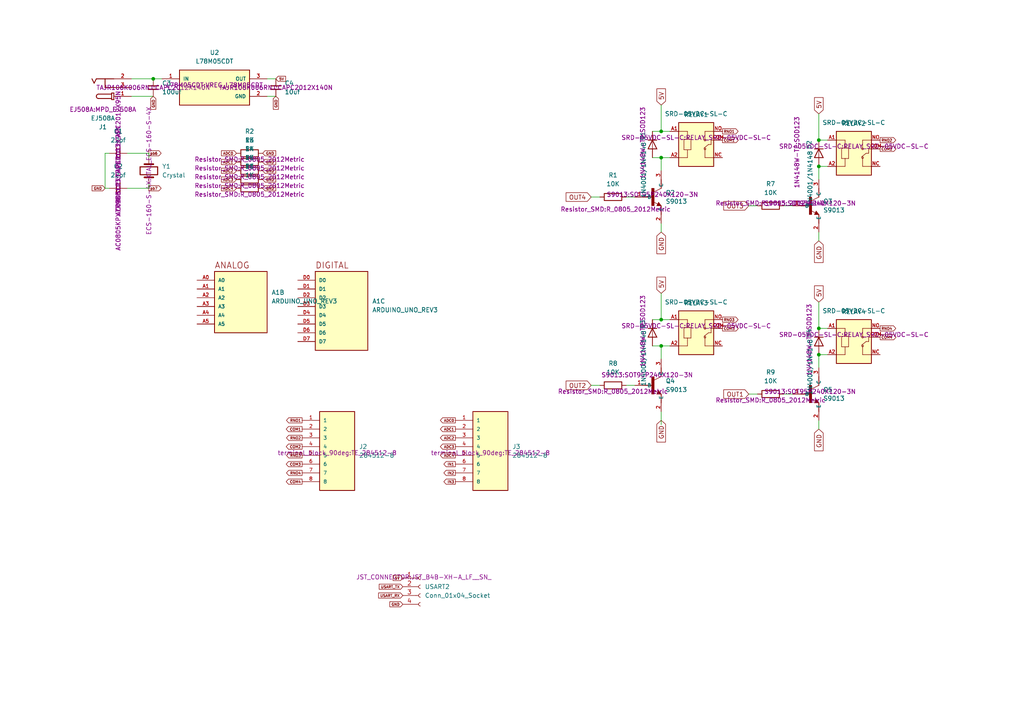
<source format=kicad_sch>
(kicad_sch (version 20250114) (generator "eeschema") (generator_version "9.0")
  (paper "A4")
  (lib_symbols
    (symbol "284512-8:284512-8" (pin_names (offset 1.016))
      (property "Reference" "J" (at -5.58 12.7 0))
      (property "Value" "284512-8" (at -5.08 -12.7 0))
      (symbol "284512-8_0_0"
        (rectangle (start -5.08 -10.16) (end 5.08 12.7) (stroke (width 0.254)) (fill (type background)))
        (pin passive line (at -10.16 10.16 0) (length 5.08) (name "1") (number "1"))
        (pin passive line (at -10.16 7.62 0) (length 5.08) (name "2") (number "2"))
        (pin passive line (at -10.16 5.08 0) (length 5.08) (name "3") (number "3"))
        (pin passive line (at -10.16 2.54 0) (length 5.08) (name "4") (number "4"))
        (pin passive line (at -10.16 0 0) (length 5.08) (name "5") (number "5"))
        (pin passive line (at -10.16 -2.54 0) (length 5.08) (name "6") (number "6"))
        (pin passive line (at -10.16 -5.08 0) (length 5.08) (name "7") (number "7"))
        (pin passive line (at -10.16 -7.62 0) (length 5.08) (name "8") (number "8"))
      )
    )
    (symbol "ARDUINO_UNO_REV3:ARDUINO_UNO_REV3" (pin_names (offset 1.016))
      (property "Reference" "A" (at -7.62 16.002 0))
      (property "Value" "ARDUINO_UNO_REV3" (at -7.62 -12.7 0))
      (symbol "ARDUINO_UNO_REV3_1_0"
        (rectangle (start -7.62 -10.16) (end 7.62 12.7) (stroke (width 0.254)) (fill (type background)))
        (text "POWER" (at -7.62 13.462 0) (effects (font (size 1.778 1.778)) (justify left bottom)))
        (pin bidirectional line (at -12.7 10.16 0) (length 5.08) (name "P1") (number "P1"))
        (pin bidirectional line (at -12.7 7.62 0) (length 5.08) (name "IOREF") (number "IOREF"))
        (pin bidirectional line (at -12.7 5.08 0) (length 5.08) (name "RST") (number "RST"))
        (pin power_in line (at -12.7 2.54 0) (length 5.08) (name "3V3") (number "3V3"))
        (pin power_in line (at -12.7 0 0) (length 5.08) (name "5V") (number "5V"))
        (pin power_in line (at -12.7 -2.54 0) (length 5.08) (name "GND_1") (number "GND_1"))
        (pin power_in line (at -12.7 -5.08 0) (length 5.08) (name "GND_2") (number "GND_2"))
        (pin power_in line (at -12.7 -7.62 0) (length 5.08) (name "VIN") (number "VIN"))
      )
      (symbol "ARDUINO_UNO_REV3_2_0"
        (rectangle (start -7.62 -10.16) (end 7.62 7.62) (stroke (width 0.254)) (fill (type background)))
        (text "ANALOG" (at -7.62 8.382 0) (effects (font (size 1.778 1.778)) (justify left bottom)))
        (pin bidirectional line (at -12.7 5.08 0) (length 5.08) (name "A0") (number "A0"))
        (pin bidirectional line (at -12.7 2.54 0) (length 5.08) (name "A1") (number "A1"))
        (pin bidirectional line (at -12.7 0 0) (length 5.08) (name "A2") (number "A2"))
        (pin bidirectional line (at -12.7 -2.54 0) (length 5.08) (name "A3") (number "A3"))
        (pin bidirectional line (at -12.7 -5.08 0) (length 5.08) (name "A4") (number "A4"))
        (pin bidirectional line (at -12.7 -7.62 0) (length 5.08) (name "A5") (number "A5"))
      )
      (symbol "ARDUINO_UNO_REV3_3_0"
        (rectangle (start -7.62 -12.7) (end 7.62 10.16) (stroke (width 0.254)) (fill (type background)))
        (text "DIGITAL" (at -7.62 10.922 0) (effects (font (size 1.778 1.778)) (justify left bottom)))
        (pin bidirectional line (at -12.7 7.62 0) (length 5.08) (name "D0") (number "D0"))
        (pin bidirectional line (at -12.7 5.08 0) (length 5.08) (name "D1") (number "D1"))
        (pin bidirectional line (at -12.7 2.54 0) (length 5.08) (name "D2") (number "D2"))
        (pin bidirectional line (at -12.7 0 0) (length 5.08) (name "D3") (number "D3"))
        (pin bidirectional line (at -12.7 -2.54 0) (length 5.08) (name "D4") (number "D4"))
        (pin bidirectional line (at -12.7 -5.08 0) (length 5.08) (name "D5") (number "D5"))
        (pin bidirectional line (at -12.7 -7.62 0) (length 5.08) (name "D6") (number "D6"))
        (pin bidirectional line (at -12.7 -10.16 0) (length 5.08) (name "D7") (number "D7"))
      )
      (symbol "ARDUINO_UNO_REV3_4_0"
        (rectangle (start -7.62 -15.24) (end 7.62 12.7) (stroke (width 0.254)) (fill (type background)))
        (text "DIGITAL" (at -7.62 13.462 0) (effects (font (size 1.778 1.778)) (justify left bottom)))
        (pin bidirectional line (at -12.7 10.16 0) (length 5.08) (name "D8") (number "D8"))
        (pin bidirectional line (at -12.7 7.62 0) (length 5.08) (name "D9") (number "D9"))
        (pin bidirectional line (at -12.7 5.08 0) (length 5.08) (name "D10") (number "D10"))
        (pin bidirectional line (at -12.7 2.54 0) (length 5.08) (name "D11") (number "D11"))
        (pin bidirectional line (at -12.7 0 0) (length 5.08) (name "D12") (number "D12"))
        (pin bidirectional line (at -12.7 -2.54 0) (length 5.08) (name "D13") (number "D13"))
        (pin power_in line (at -12.7 -5.08 0) (length 5.08) (name "GND_3") (number "GND_3"))
        (pin bidirectional line (at -12.7 -7.62 0) (length 5.08) (name "AREF") (number "AREF"))
        (pin bidirectional line (at -12.7 -10.16 0) (length 5.08) (name "AD4_SDA") (number "A4_SDA"))
        (pin bidirectional line (at -12.7 -12.7 0) (length 5.08) (name "AD5_SCL") (number "A5_SCL"))
      )
    )
    (symbol "Connector:Conn_01x04_Socket" (pin_names (offset 1.016) (hide yes))
      (property "Reference" "J" (at 0 5.08 0))
      (property "Value" "Conn_01x04_Socket" (at 0 -7.62 0))
      (symbol "Conn_01x04_Socket_1_1"
        (polyline (pts (xy -1.27 2.54) (xy -0.508 2.54)) (stroke (width 0.1524)))
        (polyline (pts (xy -1.27 0) (xy -0.508 0)) (stroke (width 0.1524)))
        (polyline (pts (xy -1.27 -2.54) (xy -0.508 -2.54)) (stroke (width 0.1524)))
        (polyline (pts (xy -1.27 -5.08) (xy -0.508 -5.08)) (stroke (width 0.1524)))
        (arc (start 0 2.032) (mid -0.5058 2.54) (end 0 3.048) (stroke (width 0.1524)))
        (arc (start 0 -0.508) (mid -0.5058 0) (end 0 0.508) (stroke (width 0.1524)))
        (arc (start 0 -3.048) (mid -0.5058 -2.54) (end 0 -2.032) (stroke (width 0.1524)))
        (arc (start 0 -5.588) (mid -0.5058 -5.08) (end 0 -4.572) (stroke (width 0.1524)))
        (pin passive line (at -5.08 2.54 0) (length 3.81) (name "Pin_1") (number "1"))
        (pin passive line (at -5.08 0 0) (length 3.81) (name "Pin_2") (number "2"))
        (pin passive line (at -5.08 -2.54 0) (length 3.81) (name "Pin_3") (number "3"))
        (pin passive line (at -5.08 -5.08 0) (length 3.81) (name "Pin_4") (number "4"))
      )
    )
    (symbol "Device:C_Small" (pin_numbers (hide yes)) (pin_names (offset 0.254) (hide yes))
      (property "Reference" "C" (at 0.254 1.778 0))
      (property "Value" "C_Small" (at 0.254 -2.032 0))
      (symbol "C_Small_0_1"
        (polyline (pts (xy -1.524 0.508) (xy 1.524 0.508)) (stroke (width 0.3048)))
        (polyline (pts (xy -1.524 -0.508) (xy 1.524 -0.508)) (stroke (width 0.3302)))
      )
      (symbol "C_Small_1_1"
        (pin passive line (at 0 2.54 270) (length 2.032) (name "~") (number "1"))
        (pin passive line (at 0 -2.54 90) (length 2.032) (name "~") (number "2"))
      )
    )
    (symbol "Device:Crystal" (pin_numbers (hide yes)) (pin_names (offset 1.016) (hide yes))
      (property "Reference" "Y" (at 0 3.81 0))
      (property "Value" "Crystal" (at 0 -3.81 0))
      (symbol "Crystal_0_1"
        (polyline (pts (xy -2.54 0) (xy -1.905 0)))
        (polyline (pts (xy -1.905 -1.27) (xy -1.905 1.27)) (stroke (width 0.508)))
        (rectangle (start -1.143 2.54) (end 1.143 -2.54) (stroke (width 0.3048)))
        (polyline (pts (xy 1.905 -1.27) (xy 1.905 1.27)) (stroke (width 0.508)))
        (polyline (pts (xy 2.54 0) (xy 1.905 0)))
      )
      (symbol "Crystal_1_1"
        (pin passive line (at -3.81 0 0) (length 1.27) (name "1") (number "1"))
        (pin passive line (at 3.81 0 180) (length 1.27) (name "2") (number "2"))
      )
    )
    (symbol "Device:R" (pin_numbers (hide yes)) (pin_names (offset 0))
      (property "Reference" "R" (at 2.032 0 90))
      (property "Value" "R" (at 0 0 90))
      (symbol "R_0_1"
        (rectangle (start -1.016 -2.54) (end 1.016 2.54) (stroke (width 0.254)))
      )
      (symbol "R_1_1"
        (pin passive line (at 0 3.81 270) (length 1.27) (name "~") (number "1"))
        (pin passive line (at 0 -3.81 90) (length 1.27) (name "~") (number "2"))
      )
    )
    (symbol "Diode:1N4001" (pin_numbers (hide yes)) (pin_names (hide yes))
      (property "Reference" "D" (at 0 2.54 0))
      (property "Value" "1N4001" (at 0 -2.54 0))
      (symbol "1N4001_0_1"
        (polyline (pts (xy -1.27 1.27) (xy -1.27 -1.27)) (stroke (width 0.254)))
        (polyline (pts (xy 1.27 1.27) (xy 1.27 -1.27) (xy -1.27 0) (xy 1.27 1.27)) (stroke (width 0.254)))
        (polyline (pts (xy 1.27 0) (xy -1.27 0)))
      )
      (symbol "1N4001_1_1"
        (pin passive line (at -3.81 0 0) (length 2.54) (name "K") (number "1"))
        (pin passive line (at 3.81 0 180) (length 2.54) (name "A") (number "2"))
      )
    )
    (symbol "EJ508A:EJ508A" (pin_names (offset 1.016))
      (property "Reference" "J" (at -5.08 5.08 0))
      (property "Value" "EJ508A" (at -5.08 -7.62 0))
      (symbol "EJ508A_0_0"
        (polyline (pts (xy -5.715 -1.27) (xy -6.35 -2.54)) (stroke (width 0.254)))
        (polyline (pts (xy -5.08 -2.54) (xy -5.715 -1.27)) (stroke (width 0.254)))
        (arc (start -5.08 2.54) (mid -4.894 2.989) (end -4.445 3.175) (stroke (width 0.254)))
        (arc (start -4.445 1.905) (mid -4.894 2.091) (end -5.08 2.54) (stroke (width 0.254)))
        (polyline (pts (xy -4.445 1.905) (xy -0.635 1.905)) (stroke (width 0.254)))
        (polyline (pts (xy -2.54 0) (xy -2.54 -2.54)) (stroke (width 0.254)))
        (polyline (pts (xy -2.54 -2.54) (xy -5.08 -2.54)) (stroke (width 0.254)))
        (polyline (pts (xy -0.635 3.4925) (xy 0 3.4925)) (stroke (width 0.254)))
        (polyline (pts (xy -0.635 3.175) (xy -4.445 3.175)) (stroke (width 0.254)))
        (polyline (pts (xy -0.635 3.175) (xy -0.635 3.4925)) (stroke (width 0.254)))
        (polyline (pts (xy -0.635 1.905) (xy -0.635 3.175)) (stroke (width 0.254)))
        (polyline (pts (xy -0.635 1.5875) (xy -0.635 1.905)) (stroke (width 0.254)))
        (polyline (pts (xy 0 3.4925) (xy 0 1.5875)) (stroke (width 0.254)))
        (polyline (pts (xy 0 1.5875) (xy -0.635 1.5875)) (stroke (width 0.254)))
        (polyline (pts (xy 0 0) (xy -2.54 0)) (stroke (width 0.254)))
        (polyline (pts (xy 0 -2.54) (xy -2.54 -2.54)) (stroke (width 0.254)))
        (pin passive line (at 5.08 2.54 180) (length 5.08) (name "~") (number "1"))
        (pin passive line (at 5.08 0 180) (length 5.08) (name "~") (number "3"))
        (pin passive line (at 5.08 -2.54 180) (length 5.08) (name "~") (number "2"))
      )
    )
    (symbol "L78M05CDT:L78M05CDT" (pin_names (offset 1.016))
      (property "Reference" "U" (at -10.16 6.35 0))
      (property "Value" "L78M05CDT" (at -10.16 -6.35 0))
      (symbol "L78M05CDT_0_0"
        (rectangle (start -10.16 -5.08) (end 10.16 5.08) (stroke (width 0.254)) (fill (type background)))
        (pin input line (at -15.24 2.54 0) (length 5.08) (name "IN") (number "1"))
        (pin output line (at 15.24 2.54 180) (length 5.08) (name "OUT") (number "3"))
        (pin power_in line (at 15.24 -2.54 180) (length 5.08) (name "GND") (number "2"))
      )
    )
    (symbol "S9013:S9013" (pin_names (offset 1.016))
      (property "Reference" "Q" (at 5.0809 0 0))
      (property "Value" "S9013" (at 5.0823 -2.5411 0))
      (symbol "S9013_0_0"
        (polyline (pts (xy -2.54 0) (xy 0 0)) (stroke (width 0.254)))
        (rectangle (start -0.2542 -2.5416) (end 0.508 2.54) (stroke (width 0.1)) (fill (type outline)))
        (polyline (pts (xy 1.27 -2.54) (xy 1.778 -1.524)) (stroke (width 0.1524)))
        (polyline (pts (xy 1.524 -2.286) (xy 1.905 -2.286)) (stroke (width 0.254)))
        (polyline (pts (xy 1.524 -2.413) (xy 2.286 -2.413)) (stroke (width 0.254)))
        (polyline (pts (xy 1.54 -2.04) (xy 0.308 -1.424)) (stroke (width 0.1524)))
        (polyline (pts (xy 1.778 -1.524) (xy 2.54 -2.54)) (stroke (width 0.1524)))
        (polyline (pts (xy 1.778 -1.778) (xy 1.524 -2.286)) (stroke (width 0.254)))
        (polyline (pts (xy 1.905 -2.286) (xy 1.778 -2.032)) (stroke (width 0.254)))
        (polyline (pts (xy 2.286 -2.413) (xy 1.778 -1.778)) (stroke (width 0.254)))
        (polyline (pts (xy 2.54 5.08) (xy 2.54 2.54)) (stroke (width 0.254)))
        (polyline (pts (xy 2.54 2.54) (xy 0.508 1.524)) (stroke (width 0.1524)))
        (polyline (pts (xy 2.54 -2.54) (xy 1.27 -2.54)) (stroke (width 0.1524)))
        (polyline (pts (xy 2.54 -2.54) (xy 2.54 -5.08)) (stroke (width 0.254)))
        (pin passive line (at -5.08 0 0) (length 2.54) (name "B") (number "1"))
        (pin passive line (at 2.54 7.62 270) (length 2.54) (name "C") (number "3"))
        (pin passive line (at 2.54 -7.62 90) (length 2.54) (name "E") (number "2"))
      )
    )
    (symbol "SRD-05VDC-SL-C:SRD-05VDC-SL-C" (pin_names (offset 1.016))
      (property "Reference" "K" (at -5.0809 5.843 0))
      (property "Value" "SRD-05VDC-SL-C" (at -5.0832 -10.1664 0))
      (symbol "SRD-05VDC-SL-C_0_0"
        (polyline (pts (xy -5.08 2.54) (xy -2.54 2.54)) (stroke (width 0.1524)))
        (rectangle (start -5.08 -7.62) (end 5.08 5.08) (stroke (width 0.254)) (fill (type background)))
        (polyline (pts (xy -3.556 0.254) (xy -3.556 -2.794)) (stroke (width 0.1524)))
        (polyline (pts (xy -3.556 -2.794) (xy -2.54 -2.794)) (stroke (width 0.1524)))
        (polyline (pts (xy -2.54 2.54) (xy -2.54 0.254)) (stroke (width 0.1524)))
        (polyline (pts (xy -2.54 0.254) (xy -3.556 0.254)) (stroke (width 0.1524)))
        (polyline (pts (xy -2.54 -2.794) (xy -2.54 -5.08)) (stroke (width 0.1524)))
        (polyline (pts (xy -2.54 -2.794) (xy -1.524 -2.794)) (stroke (width 0.1524)))
        (polyline (pts (xy -2.54 -5.08) (xy -5.08 -5.08)) (stroke (width 0.1524)))
        (polyline (pts (xy -1.524 0.254) (xy -2.54 0.254)) (stroke (width 0.1524)))
        (polyline (pts (xy -1.524 -2.794) (xy -1.524 0.254)) (stroke (width 0.1524)))
        (polyline (pts (xy 2.54 2.54) (xy 2.54 0)) (stroke (width 0.1524)))
        (circle (center 2.54 0) (radius 0.254) (stroke (width 0.1524)))
        (polyline (pts (xy 2.54 -2.54) (xy 2.54 -5.08)) (stroke (width 0.1524)))
        (circle (center 2.54 -2.54) (radius 0.254) (stroke (width 0.1524)))
        (polyline (pts (xy 2.54 -5.08) (xy 5.08 -5.08)) (stroke (width 0.1524)))
        (polyline (pts (xy 3.556 -1.27) (xy 2.286 -2.286)) (stroke (width 0.1524)))
        (polyline (pts (xy 3.556 -1.27) (xy 4.318 -1.27)) (stroke (width 0.1524)))
        (polyline (pts (xy 4.318 0) (xy 5.08 0)) (stroke (width 0.1524)))
        (polyline (pts (xy 4.318 -1.27) (xy 4.318 0)) (stroke (width 0.1524)))
        (polyline (pts (xy 5.08 2.54) (xy 2.54 2.54)) (stroke (width 0.1524)))
        (pin passive line (at -7.62 2.54 0) (length 2.54) (name "~") (number "A1"))
        (pin passive line (at -7.62 -5.08 0) (length 2.54) (name "~") (number "A2"))
        (pin passive line (at 7.62 2.54 180) (length 2.54) (name "~") (number "NO"))
        (pin passive line (at 7.62 0 180) (length 2.54) (name "~") (number "COM"))
        (pin passive line (at 7.62 -5.08 180) (length 2.54) (name "~") (number "NC"))
      )
    )
  )
  (junction (at 237.49 102.87))
  (junction (at 191.77 45.72))
  (junction (at 237.49 95.25))
  (junction (at 191.77 92.71))
  (junction (at 237.49 48.26))
  (junction (at 237.49 40.64))
  (junction (at 191.77 38.1))
  (junction (at 44.45 22.86))
  (junction (at 191.77 100.33))
  (wire (pts (xy 191.77 119.38) (xy 191.77 123.19)))
  (wire (pts (xy 237.49 33.02) (xy 237.49 40.64)))
  (wire (pts (xy 191.77 45.72) (xy 191.77 49.53)))
  (wire (pts (xy 191.77 30.48) (xy 191.77 38.1)))
  (wire (pts (xy 237.49 95.25) (xy 240.03 95.25)))
  (wire (pts (xy 191.77 100.33) (xy 194.31 100.33)))
  (wire (pts (xy 191.77 85.09) (xy 191.77 92.71)))
  (wire (pts (xy 191.77 64.77) (xy 191.77 67.31)))
  (wire (pts (xy 189.23 100.33) (xy 191.77 100.33)))
  (wire (pts (xy 237.49 121.92) (xy 237.49 124.46)))
  (wire (pts (xy 217.17 114.3) (xy 219.71 114.3)))
  (wire (pts (xy 80.01 22.86) (xy 77.47 22.86)))
  (wire (pts (xy 171.45 111.76) (xy 173.99 111.76)))
  (wire (pts (xy 44.45 22.86) (xy 46.99 22.86)))
  (wire (pts (xy 181.61 57.15) (xy 184.15 57.15)))
  (wire (pts (xy 31.75 44.45) (xy 30.48 44.45)))
  (wire (pts (xy 38.1 22.86) (xy 44.45 22.86)))
  (wire (pts (xy 237.49 102.87) (xy 240.03 102.87)))
  (wire (pts (xy 189.23 92.71) (xy 191.77 92.71)))
  (wire (pts (xy 227.33 59.69) (xy 229.87 59.69)))
  (wire (pts (xy 191.77 38.1) (xy 194.31 38.1)))
  (wire (pts (xy 30.48 44.45) (xy 30.48 54.61)))
  (wire (pts (xy 237.49 87.63) (xy 237.49 95.25)))
  (wire (pts (xy 189.23 38.1) (xy 191.77 38.1)))
  (wire (pts (xy 217.17 59.69) (xy 219.71 59.69)))
  (wire (pts (xy 237.49 67.31) (xy 237.49 69.85)))
  (wire (pts (xy 184.15 111.76) (xy 181.61 111.76)))
  (wire (pts (xy 237.49 40.64) (xy 240.03 40.64)))
  (wire (pts (xy 36.83 54.61) (xy 43.18 54.61)))
  (wire (pts (xy 237.49 48.26) (xy 240.03 48.26)))
  (wire (pts (xy 237.49 102.87) (xy 237.49 106.68)))
  (wire (pts (xy 237.49 48.26) (xy 237.49 52.07)))
  (wire (pts (xy 43.18 54.61) (xy 43.18 53.34)))
  (wire (pts (xy 30.48 54.61) (xy 31.75 54.61)))
  (wire (pts (xy 227.33 114.3) (xy 229.87 114.3)))
  (wire (pts (xy 189.23 45.72) (xy 191.77 45.72)))
  (wire (pts (xy 191.77 92.71) (xy 194.31 92.71)))
  (wire (pts (xy 38.1 27.94) (xy 44.45 27.94)))
  (wire (pts (xy 43.18 44.45) (xy 43.18 45.72)))
  (wire (pts (xy 80.01 27.94) (xy 77.47 27.94)))
  (wire (pts (xy 171.45 57.15) (xy 173.99 57.15)))
  (wire (pts (xy 36.83 44.45) (xy 43.18 44.45)))
  (wire (pts (xy 191.77 100.33) (xy 191.77 104.14)))
  (wire (pts (xy 191.77 45.72) (xy 194.31 45.72)))
  (global_label "5V" (shape input) (at 237.49 33.02 90) (property "Intersheetrefs" "${INTERSHEET_REFS}" (effects (hide yes))))
  (global_label "OUT4" (shape input) (at 171.45 57.15 180) (property "Intersheetrefs" "${INTERSHEET_REFS}" (effects (hide yes))))
  (global_label "ADC4" (shape input) (at 68.58 54.61 180) (effects (font (size 0.762 0.762))) (property "Intersheetrefs" "${INTERSHEET_REFS}" (effects (hide yes))))
  (global_label "OUT1" (shape input) (at 217.17 114.3 180) (property "Intersheetrefs" "${INTERSHEET_REFS}" (effects (hide yes))))
  (global_label "RNO2" (shape output) (at 255.27 40.64 0) (effects (font (size 0.762 0.762))) (property "Intersheetrefs" "${INTERSHEET_REFS}" (effects (hide yes))))
  (global_label "ADC3" (shape input) (at 68.58 52.07 180) (effects (font (size 0.762 0.762))) (property "Intersheetrefs" "${INTERSHEET_REFS}" (effects (hide yes))))
  (global_label "GND" (shape input) (at 237.49 69.85 270) (property "Intersheetrefs" "${INTERSHEET_REFS}" (effects (hide yes))))
  (global_label "5V" (shape input) (at 191.77 85.09 90) (property "Intersheetrefs" "${INTERSHEET_REFS}" (effects (hide yes))))
  (global_label "5V" (shape input) (at 116.84 167.64 180) (effects (font (size 0.762 0.762))) (property "Intersheetrefs" "${INTERSHEET_REFS}" (effects (hide yes))))
  (global_label "OUT3" (shape input) (at 217.17 59.69 180) (property "Intersheetrefs" "${INTERSHEET_REFS}" (effects (hide yes))))
  (global_label "ADC3" (shape output) (at 132.08 129.54 180) (effects (font (size 0.762 0.762))) (property "Intersheetrefs" "${INTERSHEET_REFS}" (effects (hide yes))))
  (global_label "COM2" (shape output) (at 87.63 129.54 180) (effects (font (size 0.762 0.762))) (property "Intersheetrefs" "${INTERSHEET_REFS}" (effects (hide yes))))
  (global_label "COM1" (shape output) (at 209.55 40.64 0) (effects (font (size 0.762 0.762))) (property "Intersheetrefs" "${INTERSHEET_REFS}" (effects (hide yes))))
  (global_label "ADC2" (shape input) (at 68.58 49.53 180) (effects (font (size 0.762 0.762))) (property "Intersheetrefs" "${INTERSHEET_REFS}" (effects (hide yes))))
  (global_label "COM3" (shape output) (at 209.55 95.25 0) (effects (font (size 0.762 0.762))) (property "Intersheetrefs" "${INTERSHEET_REFS}" (effects (hide yes))))
  (global_label "COM3" (shape output) (at 87.63 134.62 180) (effects (font (size 0.762 0.762))) (property "Intersheetrefs" "${INTERSHEET_REFS}" (effects (hide yes))))
  (global_label "COM4" (shape output) (at 255.27 97.79 0) (effects (font (size 0.762 0.762))) (property "Intersheetrefs" "${INTERSHEET_REFS}" (effects (hide yes))))
  (global_label "IN3" (shape output) (at 132.08 139.7 180) (effects (font (size 0.762 0.762))) (property "Intersheetrefs" "${INTERSHEET_REFS}" (effects (hide yes))))
  (global_label "pb7" (shape output) (at 43.18 54.61 0) (effects (font (size 0.762 0.762))) (property "Intersheetrefs" "${INTERSHEET_REFS}" (effects (hide yes))))
  (global_label "GND" (shape input) (at 30.48 54.61 180) (effects (font (size 0.762 0.762))) (property "Intersheetrefs" "${INTERSHEET_REFS}" (effects (hide yes))))
  (global_label "RNO1" (shape output) (at 209.55 38.1 0) (effects (font (size 0.762 0.762))) (property "Intersheetrefs" "${INTERSHEET_REFS}" (effects (hide yes))))
  (global_label "RNO3" (shape output) (at 209.55 92.71 0) (effects (font (size 0.762 0.762))) (property "Intersheetrefs" "${INTERSHEET_REFS}" (effects (hide yes))))
  (global_label "5V" (shape input) (at 80.01 22.86 0) (effects (font (size 0.762 0.762))) (property "Intersheetrefs" "${INTERSHEET_REFS}" (effects (hide yes))))
  (global_label "GND" (shape input) (at 76.2 44.45 0) (effects (font (size 0.762 0.762))) (property "Intersheetrefs" "${INTERSHEET_REFS}" (effects (hide yes))))
  (global_label "RNO4" (shape output) (at 87.63 137.16 180) (effects (font (size 0.762 0.762))) (property "Intersheetrefs" "${INTERSHEET_REFS}" (effects (hide yes))))
  (global_label "IN2" (shape output) (at 132.08 137.16 180) (effects (font (size 0.762 0.762))) (property "Intersheetrefs" "${INTERSHEET_REFS}" (effects (hide yes))))
  (global_label "ADC1" (shape output) (at 132.08 124.46 180) (effects (font (size 0.762 0.762))) (property "Intersheetrefs" "${INTERSHEET_REFS}" (effects (hide yes))))
  (global_label "GND" (shape input) (at 191.77 121.92 270) (property "Intersheetrefs" "${INTERSHEET_REFS}" (effects (hide yes))))
  (global_label "ADC1" (shape input) (at 68.58 46.99 180) (effects (font (size 0.762 0.762))) (property "Intersheetrefs" "${INTERSHEET_REFS}" (effects (hide yes))))
  (global_label "IN1" (shape output) (at 132.08 134.62 180) (effects (font (size 0.762 0.762))) (property "Intersheetrefs" "${INTERSHEET_REFS}" (effects (hide yes))))
  (global_label "ADC0" (shape output) (at 132.08 121.92 180) (effects (font (size 0.762 0.762))) (property "Intersheetrefs" "${INTERSHEET_REFS}" (effects (hide yes))))
  (global_label "RNO2" (shape output) (at 87.63 127 180) (effects (font (size 0.762 0.762))) (property "Intersheetrefs" "${INTERSHEET_REFS}" (effects (hide yes))))
  (global_label "RNO1" (shape output) (at 87.63 121.92 180) (effects (font (size 0.762 0.762))) (property "Intersheetrefs" "${INTERSHEET_REFS}" (effects (hide yes))))
  (global_label "COM4" (shape output) (at 87.63 139.7 180) (effects (font (size 0.762 0.762))) (property "Intersheetrefs" "${INTERSHEET_REFS}" (effects (hide yes))))
  (global_label "GND" (shape input) (at 76.2 52.07 0) (effects (font (size 0.762 0.762))) (property "Intersheetrefs" "${INTERSHEET_REFS}" (effects (hide yes))))
  (global_label "OUT2" (shape input) (at 171.45 111.76 180) (property "Intersheetrefs" "${INTERSHEET_REFS}" (effects (hide yes))))
  (global_label "5V" (shape input) (at 191.77 30.48 90) (property "Intersheetrefs" "${INTERSHEET_REFS}" (effects (hide yes))))
  (global_label "GND" (shape input) (at 76.2 46.99 0) (effects (font (size 0.762 0.762))) (property "Intersheetrefs" "${INTERSHEET_REFS}" (effects (hide yes))))
  (global_label "RNO3" (shape output) (at 87.63 132.08 180) (effects (font (size 0.762 0.762))) (property "Intersheetrefs" "${INTERSHEET_REFS}" (effects (hide yes))))
  (global_label "ADC4" (shape output) (at 132.08 132.08 180) (effects (font (size 0.762 0.762))) (property "Intersheetrefs" "${INTERSHEET_REFS}" (effects (hide yes))))
  (global_label "USART_RX" (shape input) (at 116.84 172.72 180) (effects (font (size 0.762 0.762))) (property "Intersheetrefs" "${INTERSHEET_REFS}" (effects (hide yes))))
  (global_label "GND" (shape input) (at 237.49 124.46 270) (property "Intersheetrefs" "${INTERSHEET_REFS}" (effects (hide yes))))
  (global_label "GND" (shape input) (at 116.84 175.26 180) (effects (font (size 0.762 0.762))) (property "Intersheetrefs" "${INTERSHEET_REFS}" (effects (hide yes))))
  (global_label "ADC0" (shape input) (at 68.58 44.45 180) (effects (font (size 0.762 0.762))) (property "Intersheetrefs" "${INTERSHEET_REFS}" (effects (hide yes))))
  (global_label "USART_TX" (shape input) (at 116.84 170.18 180) (effects (font (size 0.762 0.762))) (property "Intersheetrefs" "${INTERSHEET_REFS}" (effects (hide yes))))
  (global_label "GND" (shape input) (at 76.2 49.53 0) (effects (font (size 0.762 0.762))) (property "Intersheetrefs" "${INTERSHEET_REFS}" (effects (hide yes))))
  (global_label "GND" (shape input) (at 44.45 27.94 270) (effects (font (size 0.762 0.762))) (property "Intersheetrefs" "${INTERSHEET_REFS}" (effects (hide yes))))
  (global_label "GND" (shape input) (at 80.01 27.94 270) (effects (font (size 0.762 0.762))) (property "Intersheetrefs" "${INTERSHEET_REFS}" (effects (hide yes))))
  (global_label "pb6" (shape output) (at 43.18 44.45 0) (effects (font (size 0.762 0.762))) (property "Intersheetrefs" "${INTERSHEET_REFS}" (effects (hide yes))))
  (global_label "ADC2" (shape output) (at 132.08 127 180) (effects (font (size 0.762 0.762))) (property "Intersheetrefs" "${INTERSHEET_REFS}" (effects (hide yes))))
  (global_label "COM2" (shape output) (at 255.27 43.18 0) (effects (font (size 0.762 0.762))) (property "Intersheetrefs" "${INTERSHEET_REFS}" (effects (hide yes))))
  (global_label "COM1" (shape output) (at 87.63 124.46 180) (effects (font (size 0.762 0.762))) (property "Intersheetrefs" "${INTERSHEET_REFS}" (effects (hide yes))))
  (global_label "5V" (shape input) (at 237.49 87.63 90) (property "Intersheetrefs" "${INTERSHEET_REFS}" (effects (hide yes))))
  (global_label "RNO4" (shape output) (at 255.27 95.25 0) (effects (font (size 0.762 0.762))) (property "Intersheetrefs" "${INTERSHEET_REFS}" (effects (hide yes))))
  (global_label "GND" (shape input) (at 191.77 67.31 270) (property "Intersheetrefs" "${INTERSHEET_REFS}" (effects (hide yes))))
  (global_label "GND" (shape input) (at 76.2 54.61 0) (effects (font (size 0.762 0.762))) (property "Intersheetrefs" "${INTERSHEET_REFS}" (effects (hide yes))))
  (symbol (lib_id "Device:R") (at 72.39 54.61 90) (unit 1)
    (property "Reference" "R6" (at 72.39 48.26 90))
    (property "Value" "1K" (at 72.39 50.8 90))
    (property "Footprint" "Resistor_SMD:R_0805_2012Metric" (at 72.39 56.388 90))
    (property "Description" "Resistor" (effects (hide yes)))
  )
  (symbol (lib_id "Device:C_Small") (at 80.01 25.4 0) (unit 1)
    (property "Reference" "C4" (at 82.55 24.1362 0) (effects (justify left)))
    (property "Value" "10uf" (at 82.55 26.6762 0) (effects (justify left)))
    (property "Footprint" "TAJR106K006RNJ:CAPC2012X140N" (at 80.01 25.4 0))
    (property "Description" "Unpolarized capacitor, small symbol" (effects (hide yes)))
  )
  (symbol (lib_id "Device:R") (at 72.39 52.07 90) (unit 1)
    (property "Reference" "R5" (at 72.39 45.72 90))
    (property "Value" "1K" (at 72.39 48.26 90))
    (property "Footprint" "Resistor_SMD:R_0805_2012Metric" (at 72.39 53.848 90))
    (property "Description" "Resistor" (effects (hide yes)))
  )
  (symbol (lib_id "L78M05CDT:L78M05CDT") (at 62.23 25.4 0) (unit 1)
    (property "Reference" "U2" (at 62.23 15.24 0))
    (property "Value" "L78M05CDT" (at 62.23 17.78 0))
    (property "Footprint" "L78M05CDT:VREG_L78M05CDT" (at 62.23 25.4 0) (effects (justify bottom)))
    (property "MF" "STMicroelectronics" (effects (hide yes)))
    (property "MAXIMUM_PACKAGE_HEIGHT" "2.4 mm" (effects (hide yes)))
    (property "Package" "TO-252-3 STMicroelectronics" (effects (hide yes)))
    (property "Price" "None" (effects (hide yes)))
    (property "Check_prices" "https://www.snapeda.com/parts/L78M05CDT/STMicroelectronics/view-part/?ref=eda" (effects (hide yes)))
    (property "STANDARD" "Manufacturer Recommendations" (effects (hide yes)))
    (property "PARTREV" "24" (effects (hide yes)))
    (property "SnapEDA_Link" "https://www.snapeda.com/parts/L78M05CDT/STMicroelectronics/view-part/?ref=snap" (effects (hide yes)))
    (property "MP" "L78M05CDT" (effects (hide yes)))
    (property "Description_1" "7805 based precision 5V fixed regulator with output current of up to 500mA and wide temperature operating range of 0°C to 150°C." (effects (hide yes)))
    (property "Availability" "In Stock" (effects (hide yes)))
    (property "MANUFACTURER" "STMicroelectronics" (effects (hide yes)))
  )
  (symbol (lib_id "ARDUINO_UNO_REV3:ARDUINO_UNO_REV3") (at 99.06 88.9 0) (unit 3)
    (property "Reference" "A1" (at 107.95 87.3599 0) (effects (justify left)))
    (property "Value" "ARDUINO_UNO_REV3" (at 107.95 89.8999 0) (effects (justify left)))
    (property "Footprint" "ARDUINO_UNO_REV3:ARDUINO_ARDUINO_UNO_REV3" (effects (hide yes)))
    (property "MF" "Arduino" (effects (hide yes)))
    (property "MAXIMUM_PACKAGE_HEIGHT" "N/A" (effects (hide yes)))
    (property "Package" "Non-Standard Arduino" (effects (hide yes)))
    (property "Price" "None" (effects (hide yes)))
    (property "Check_prices" "https://www.snapeda.com/parts/Arduino%20Uno%20Rev3/Arduino/view-part/?ref=eda" (effects (hide yes)))
    (property "STANDARD" "Manufacturer Recommendations" (effects (hide yes)))
    (property "PARTREV" "N/A" (effects (hide yes)))
    (property "SnapEDA_Link" "https://www.snapeda.com/parts/Arduino%20Uno%20Rev3/Arduino/view-part/?ref=snap" (effects (hide yes)))
    (property "MP" "Arduino Uno Rev3" (effects (hide yes)))
    (property "Description_1" "Microcontroller board based on the ATmega328P." (effects (hide yes)))
    (property "MANUFACTURER" "Arduino" (effects (hide yes)))
    (property "Availability" "Not in stock" (effects (hide yes)))
    (property "SNAPEDA_PN" "ARDUINO UNO REV3" (effects (hide yes)))
  )
  (symbol (lib_id "SRD-05VDC-SL-C:SRD-05VDC-SL-C") (at 247.65 43.18 0) (unit 1)
    (property "Reference" "RELAY2" (at 247.65 35.814 0))
    (property "Value" "SRD-05VDC-SL-C" (at 247.65 35.56 0))
    (property "Footprint" "SRD-05VDC-SL-C:RELAY_SRD-05VDC-SL-C" (at 247.65 43.18 0) (effects (justify bottom)))
    (property "MF" "Songle Relay" (effects (hide yes)))
    (property "Description_1" "\n                        \n                            5V Trigger Relay Module For Arduino And Raspberry Pi 5V Trigger Relay Module For Arduino And Raspberry Pi\n                        \n" (effects (hide yes)))
    (property "Package" "NON STANDARD-5 Songle Relay" (effects (hide yes)))
    (property "Price" "None" (effects (hide yes)))
    (property "Check_prices" "https://www.snapeda.com/parts/SRD-05VDC-SL-C/Songle+Relay/view-part/?ref=eda" (effects (hide yes)))
    (property "STANDARD" "IPC-7251" (effects (hide yes)))
    (property "SnapEDA_Link" "https://www.snapeda.com/parts/SRD-05VDC-SL-C/Songle+Relay/view-part/?ref=snap" (effects (hide yes)))
    (property "MP" "SRD-05VDC-SL-C" (effects (hide yes)))
    (property "Availability" "In Stock" (effects (hide yes)))
    (property "MANUFACTURER" "SONGLE RELAY" (effects (hide yes)))
  )
  (symbol (lib_id "Device:R") (at 177.8 57.15 90) (unit 1)
    (property "Reference" "R1" (at 177.8 50.8 90))
    (property "Value" "10K" (at 177.8 53.34 90))
    (property "Footprint" "Resistor_SMD:R_0805_2012Metric" (at 178.562 60.706 90))
    (property "Description" "Resistor" (effects (hide yes)))
  )
  (symbol (lib_id "SRD-05VDC-SL-C:SRD-05VDC-SL-C") (at 201.93 95.25 0) (unit 1)
    (property "Reference" "RELAY3" (at 201.93 87.884 0))
    (property "Value" "SRD-05VDC-SL-C" (at 201.93 87.63 0))
    (property "Footprint" "SRD-05VDC-SL-C:RELAY_SRD-05VDC-SL-C" (at 201.93 95.25 0) (effects (justify bottom)))
    (property "MF" "Songle Relay" (effects (hide yes)))
    (property "Description_1" "\n                        \n                            5V Trigger Relay Module For Arduino And Raspberry Pi 5V Trigger Relay Module For Arduino And Raspberry Pi\n                        \n" (effects (hide yes)))
    (property "Package" "NON STANDARD-5 Songle Relay" (effects (hide yes)))
    (property "Price" "None" (effects (hide yes)))
    (property "Check_prices" "https://www.snapeda.com/parts/SRD-05VDC-SL-C/Songle+Relay/view-part/?ref=eda" (effects (hide yes)))
    (property "STANDARD" "IPC-7251" (effects (hide yes)))
    (property "SnapEDA_Link" "https://www.snapeda.com/parts/SRD-05VDC-SL-C/Songle+Relay/view-part/?ref=snap" (effects (hide yes)))
    (property "MP" "SRD-05VDC-SL-C" (effects (hide yes)))
    (property "Availability" "In Stock" (effects (hide yes)))
    (property "MANUFACTURER" "SONGLE RELAY" (effects (hide yes)))
  )
  (symbol (lib_id "S9013:S9013") (at 234.95 59.69 0) (unit 1)
    (property "Reference" "Q3" (at 238.76 58.4199 0) (effects (justify left)))
    (property "Value" "S9013" (at 238.76 60.9599 0) (effects (justify left)))
    (property "Footprint" "S9013:SOT95P240X120-3N" (at 234.95 59.69 0) (effects (justify bottom)))
    (property "MF" "MDD" (effects (hide yes)))
    (property "Description_1" "Bipolar (BJT) Transistor NPN 25 V 500 mA 150MHz 300 mW Surface Mount SOT-23" (effects (hide yes)))
    (property "Package" "None" (effects (hide yes)))
    (property "Price" "None" (effects (hide yes)))
    (property "Check_prices" "https://www.snapeda.com/parts/S9013/MDD/view-part/?ref=eda" (effects (hide yes)))
    (property "SnapEDA_Link" "https://www.snapeda.com/parts/S9013/MDD/view-part/?ref=snap" (effects (hide yes)))
    (property "MP" "S9013" (effects (hide yes)))
    (property "Availability" "In Stock" (effects (hide yes)))
    (property "MANUFACTURER" "JCET" (effects (hide yes)))
  )
  (symbol (lib_id "EJ508A:EJ508A") (at 33.02 25.4 0) (mirror x) (unit 1)
    (property "Reference" "J1" (at 29.845 36.83 0))
    (property "Value" "EJ508A" (at 29.845 34.29 0))
    (property "Footprint" "EJ508A:MPD_EJ508A" (at 29.845 31.75 0))
    (property "MF" "MPD" (effects (hide yes)))
    (property "MAXIMUM_PACKAGE_HEIGHT" "10.85 mm" (effects (hide yes)))
    (property "Package" "None" (effects (hide yes)))
    (property "Price" "None" (effects (hide yes)))
    (property "Check_prices" "https://www.snapeda.com/parts/EJ508A/MPD/view-part/?ref=eda" (effects (hide yes)))
    (property "STANDARD" "Manufacturer Recommendations" (effects (hide yes)))
    (property "PARTREV" "J" (effects (hide yes)))
    (property "SnapEDA_Link" "https://www.snapeda.com/parts/EJ508A/MPD/view-part/?ref=snap" (effects (hide yes)))
    (property "MP" "EJ508A" (effects (hide yes)))
    (property "Description_1" "Power Barrel Connector Jack 2.10mm ID (0.083), 5.50mm OD (0.217) Through Hole, Right Angle" (effects (hide yes)))
    (property "Availability" "In Stock" (effects (hide yes)))
    (property "MANUFACTURER" "MPD" (effects (hide yes)))
  )
  (symbol (lib_id "Device:Crystal") (at 43.18 49.53 90) (unit 1)
    (property "Reference" "Y1" (at 46.99 48.2599 90) (effects (justify right)))
    (property "Value" "Crystal" (at 46.99 50.7999 90) (effects (justify right)))
    (property "Footprint" "ECS-160-S-4X:XTAL_ECS-160-S-4X" (at 43.18 49.53 0))
    (property "Description" "Two pin crystal" (effects (hide yes)))
  )
  (symbol (lib_id "Device:R") (at 177.8 111.76 90) (unit 1)
    (property "Reference" "R8" (at 177.8 105.41 90))
    (property "Value" "10K" (at 177.8 107.95 90))
    (property "Footprint" "Resistor_SMD:R_0805_2012Metric" (at 177.8 113.538 90))
    (property "Description" "Resistor" (effects (hide yes)))
  )
  (symbol (lib_id "Device:C_Small") (at 44.45 25.4 0) (unit 1)
    (property "Reference" "C3" (at 46.99 24.1362 0) (effects (justify left)))
    (property "Value" "100uf" (at 46.99 26.6762 0) (effects (justify left)))
    (property "Footprint" "TAJR106K006RNJ:CAPC2012X140N" (at 44.45 25.4 0))
    (property "Description" "Unpolarized capacitor, small symbol" (effects (hide yes)))
  )
  (symbol (lib_id "Connector:Conn_01x04_Socket") (at 121.92 170.18 0) (unit 1)
    (property "Reference" "USART2" (at 123.19 170.1799 0) (effects (justify left)))
    (property "Value" "Conn_01x04_Socket" (at 123.19 172.7199 0) (effects (justify left)))
    (property "Footprint" "JST_CONNECTOR:JST_B4B-XH-A_LF__SN_" (at 122.936 167.386 0))
    (property "Description" "Generic connector, single row, 01x04, script generated" (effects (hide yes)))
  )
  (symbol (lib_id "Device:C_Small") (at 34.29 54.61 90) (unit 1)
    (property "Reference" "C2" (at 34.2963 48.26 90))
    (property "Value" "22pf" (at 34.2963 50.8 90))
    (property "Footprint" "AC0805KPX7R9BB103:CAPC2012X95N" (at 34.29 54.61 0))
    (property "Description" "Unpolarized capacitor, small symbol" (effects (hide yes)))
  )
  (symbol (lib_id "SRD-05VDC-SL-C:SRD-05VDC-SL-C") (at 247.65 97.79 0) (unit 1)
    (property "Reference" "RELAY4" (at 247.65 90.424 0))
    (property "Value" "SRD-05VDC-SL-C" (at 247.65 90.17 0))
    (property "Footprint" "SRD-05VDC-SL-C:RELAY_SRD-05VDC-SL-C" (at 247.65 97.79 0) (effects (justify bottom)))
    (property "MF" "Songle Relay" (effects (hide yes)))
    (property "Description_1" "\n                        \n                            5V Trigger Relay Module For Arduino And Raspberry Pi 5V Trigger Relay Module For Arduino And Raspberry Pi\n                        \n" (effects (hide yes)))
    (property "Package" "NON STANDARD-5 Songle Relay" (effects (hide yes)))
    (property "Price" "None" (effects (hide yes)))
    (property "Check_prices" "https://www.snapeda.com/parts/SRD-05VDC-SL-C/Songle+Relay/view-part/?ref=eda" (effects (hide yes)))
    (property "STANDARD" "IPC-7251" (effects (hide yes)))
    (property "SnapEDA_Link" "https://www.snapeda.com/parts/SRD-05VDC-SL-C/Songle+Relay/view-part/?ref=snap" (effects (hide yes)))
    (property "MP" "SRD-05VDC-SL-C" (effects (hide yes)))
    (property "Availability" "In Stock" (effects (hide yes)))
    (property "MANUFACTURER" "SONGLE RELAY" (effects (hide yes)))
  )
  (symbol (lib_id "S9013:S9013") (at 234.95 114.3 0) (unit 1)
    (property "Reference" "Q5" (at 238.76 113.0299 0) (effects (justify left)))
    (property "Value" "S9013" (at 238.76 115.5699 0) (effects (justify left)))
    (property "Footprint" "S9013:SOT95P240X120-3N" (at 234.95 114.3 0) (effects (justify bottom)))
    (property "MF" "MDD" (effects (hide yes)))
    (property "Description_1" "Bipolar (BJT) Transistor NPN 25 V 500 mA 150MHz 300 mW Surface Mount SOT-23" (effects (hide yes)))
    (property "Package" "None" (effects (hide yes)))
    (property "Price" "None" (effects (hide yes)))
    (property "Check_prices" "https://www.snapeda.com/parts/S9013/MDD/view-part/?ref=eda" (effects (hide yes)))
    (property "SnapEDA_Link" "https://www.snapeda.com/parts/S9013/MDD/view-part/?ref=snap" (effects (hide yes)))
    (property "MP" "S9013" (effects (hide yes)))
    (property "Availability" "In Stock" (effects (hide yes)))
    (property "MANUFACTURER" "JCET" (effects (hide yes)))
  )
  (symbol (lib_id "284512-8:284512-8") (at 142.24 132.08 0) (unit 1)
    (property "Reference" "J3" (at 148.59 129.5399 0) (effects (justify left)))
    (property "Value" "284512-8" (at 148.59 132.0799 0) (effects (justify left)))
    (property "Footprint" "terminal_block_90deg:TE_284512-8" (at 142.24 132.08 0) (effects (justify bottom)))
    (property "Comment" "284512-8" (effects (hide yes)))
    (property "MF" "TE Connectivity" (effects (hide yes)))
    (property "Description_1" "8 Position Terminal Block Header, Male Pins, Shrouded (4 Side) 0.138 (3.50mm) 90°, Right Angle Through Hole" (effects (hide yes)))
    (property "Package" "None" (effects (hide yes)))
    (property "Price" "None" (effects (hide yes)))
    (property "Check_prices" "https://www.snapeda.com/parts/284512-8/TE+Connectivity+AMP+Connectors/view-part/?ref=eda" (effects (hide yes)))
    (property "STANDARD" "Manufacturer Recommendations" (effects (hide yes)))
    (property "PARTREV" "R" (effects (hide yes)))
    (property "SnapEDA_Link" "https://www.snapeda.com/parts/284512-8/TE+Connectivity+AMP+Connectors/view-part/?ref=snap" (effects (hide yes)))
    (property "MP" "284512-8" (effects (hide yes)))
    (property "EU_RoHS_Compliance" "Compliant" (effects (hide yes)))
    (property "Number_of_Positions" "8" (effects (hide yes)))
    (property "Availability" "In Stock" (effects (hide yes)))
    (property "Centerline_Pitch" "3.5 mm[.138 in]" (effects (hide yes)))
    (property "MANUFACTURER" "TE" (effects (hide yes)))
  )
  (symbol (lib_id "S9013:S9013") (at 189.23 111.76 0) (unit 1)
    (property "Reference" "Q4" (at 193.04 110.4899 0) (effects (justify left)))
    (property "Value" "S9013" (at 193.04 113.0299 0) (effects (justify left)))
    (property "Footprint" "S9013:SOT95P240X120-3N" (at 187.706 109.474 0) (effects (justify bottom)))
    (property "MF" "MDD" (effects (hide yes)))
    (property "Description_1" "Bipolar (BJT) Transistor NPN 25 V 500 mA 150MHz 300 mW Surface Mount SOT-23" (effects (hide yes)))
    (property "Package" "None" (effects (hide yes)))
    (property "Price" "None" (effects (hide yes)))
    (property "Check_prices" "https://www.snapeda.com/parts/S9013/MDD/view-part/?ref=eda" (effects (hide yes)))
    (property "SnapEDA_Link" "https://www.snapeda.com/parts/S9013/MDD/view-part/?ref=snap" (effects (hide yes)))
    (property "MP" "S9013" (effects (hide yes)))
    (property "Availability" "In Stock" (effects (hide yes)))
    (property "MANUFACTURER" "JCET" (effects (hide yes)))
  )
  (symbol (lib_id "Device:R") (at 223.52 59.69 90) (unit 1)
    (property "Reference" "R7" (at 223.52 53.34 90))
    (property "Value" "10K" (at 223.52 55.88 90))
    (property "Footprint" "Resistor_SMD:R_0805_2012Metric" (at 223.52 58.928 90))
    (property "Description" "Resistor" (effects (hide yes)))
  )
  (symbol (lib_id "ARDUINO_UNO_REV3:ARDUINO_UNO_REV3") (at 69.85 86.36 0) (unit 2)
    (property "Reference" "A1" (at 78.74 84.8199 0) (effects (justify left)))
    (property "Value" "ARDUINO_UNO_REV3" (at 78.74 87.3599 0) (effects (justify left)))
    (property "Footprint" "ARDUINO_UNO_REV3:ARDUINO_ARDUINO_UNO_REV3" (effects (hide yes)))
    (property "MF" "Arduino" (effects (hide yes)))
    (property "MAXIMUM_PACKAGE_HEIGHT" "N/A" (effects (hide yes)))
    (property "Package" "Non-Standard Arduino" (effects (hide yes)))
    (property "Price" "None" (effects (hide yes)))
    (property "Check_prices" "https://www.snapeda.com/parts/Arduino%20Uno%20Rev3/Arduino/view-part/?ref=eda" (effects (hide yes)))
    (property "STANDARD" "Manufacturer Recommendations" (effects (hide yes)))
    (property "PARTREV" "N/A" (effects (hide yes)))
    (property "SnapEDA_Link" "https://www.snapeda.com/parts/Arduino%20Uno%20Rev3/Arduino/view-part/?ref=snap" (effects (hide yes)))
    (property "MP" "Arduino Uno Rev3" (effects (hide yes)))
    (property "Description_1" "Microcontroller board based on the ATmega328P." (effects (hide yes)))
    (property "MANUFACTURER" "Arduino" (effects (hide yes)))
    (property "Availability" "Not in stock" (effects (hide yes)))
    (property "SNAPEDA_PN" "ARDUINO UNO REV3" (effects (hide yes)))
  )
  (symbol (lib_id "Diode:1N4001") (at 189.23 41.91 270) (unit 1)
    (property "Reference" "D1" (at 186.436 38.1 0) (effects (justify left)))
    (property "Value" "1N4001/1N4148" (at 186.69 41.148 0) (effects (justify left)))
    (property "Footprint" "1N4148W-TP:SOD123" (at 186.436 41.402 0))
    (property "Datasheet" "http://www.vishay.com/docs/88503/1n4001.pdf" (effects (hide yes)))
    (property "Description" "50V 1A General Purpose Rectifier Diode, DO-41" (effects (hide yes)))
    (property "Sim.Device" "D" (effects (hide yes)))
    (property "Sim.Pins" "1=K 2=A" (effects (hide yes)))
  )
  (symbol (lib_id "Device:R") (at 72.39 44.45 90) (unit 1)
    (property "Reference" "R2" (at 72.39 38.1 90))
    (property "Value" "1K" (at 72.39 40.64 90))
    (property "Footprint" "Resistor_SMD:R_0805_2012Metric" (at 72.39 46.228 90))
    (property "Description" "Resistor" (effects (hide yes)))
  )
  (symbol (lib_id "Device:R") (at 72.39 49.53 90) (unit 1)
    (property "Reference" "R4" (at 72.39 43.18 90))
    (property "Value" "1K" (at 72.39 45.72 90))
    (property "Footprint" "Resistor_SMD:R_0805_2012Metric" (at 72.39 51.308 90))
    (property "Description" "Resistor" (effects (hide yes)))
  )
  (symbol (lib_id "Diode:1N4001") (at 237.49 99.06 270) (unit 1)
    (property "Reference" "D4" (at 234.696 95.25 0) (effects (justify left)))
    (property "Value" "1N4001/1N4148" (at 234.95 98.298 0) (effects (justify left)))
    (property "Footprint" "1N4148W-TP:SOD123" (at 234.696 98.552 0))
    (property "Datasheet" "http://www.vishay.com/docs/88503/1n4001.pdf" (effects (hide yes)))
    (property "Description" "50V 1A General Purpose Rectifier Diode, DO-41" (effects (hide yes)))
    (property "Sim.Device" "D" (effects (hide yes)))
    (property "Sim.Pins" "1=K 2=A" (effects (hide yes)))
  )
  (symbol (lib_id "Device:C_Small") (at 34.29 44.45 90) (unit 1)
    (property "Reference" "C1" (at 34.2963 38.1 90))
    (property "Value" "22pf" (at 34.2963 40.64 90))
    (property "Footprint" "AC0805KPX7R9BB103:CAPC2012X95N" (at 34.29 44.45 0))
    (property "Description" "Unpolarized capacitor, small symbol" (effects (hide yes)))
  )
  (symbol (lib_id "284512-8:284512-8") (at 97.79 132.08 0) (unit 1)
    (property "Reference" "J2" (at 104.14 129.5399 0) (effects (justify left)))
    (property "Value" "284512-8" (at 104.14 132.0799 0) (effects (justify left)))
    (property "Footprint" "terminal_block_90deg:TE_284512-8" (at 97.79 132.08 0) (effects (justify bottom)))
    (property "Comment" "284512-8" (effects (hide yes)))
    (property "MF" "TE Connectivity" (effects (hide yes)))
    (property "Description_1" "8 Position Terminal Block Header, Male Pins, Shrouded (4 Side) 0.138 (3.50mm) 90°, Right Angle Through Hole" (effects (hide yes)))
    (property "Package" "None" (effects (hide yes)))
    (property "Price" "None" (effects (hide yes)))
    (property "Check_prices" "https://www.snapeda.com/parts/284512-8/TE+Connectivity+AMP+Connectors/view-part/?ref=eda" (effects (hide yes)))
    (property "STANDARD" "Manufacturer Recommendations" (effects (hide yes)))
    (property "PARTREV" "R" (effects (hide yes)))
    (property "SnapEDA_Link" "https://www.snapeda.com/parts/284512-8/TE+Connectivity+AMP+Connectors/view-part/?ref=snap" (effects (hide yes)))
    (property "MP" "284512-8" (effects (hide yes)))
    (property "EU_RoHS_Compliance" "Compliant" (effects (hide yes)))
    (property "Number_of_Positions" "8" (effects (hide yes)))
    (property "Availability" "In Stock" (effects (hide yes)))
    (property "Centerline_Pitch" "3.5 mm[.138 in]" (effects (hide yes)))
    (property "MANUFACTURER" "TE" (effects (hide yes)))
  )
  (symbol (lib_id "SRD-05VDC-SL-C:SRD-05VDC-SL-C") (at 201.93 40.64 0) (unit 1)
    (property "Reference" "RELAY1" (at 201.93 33.274 0))
    (property "Value" "SRD-05VDC-SL-C" (at 201.93 33.02 0))
    (property "Footprint" "SRD-05VDC-SL-C:RELAY_SRD-05VDC-SL-C" (at 201.93 40.64 0) (effects (justify bottom)))
    (property "MF" "Songle Relay" (effects (hide yes)))
    (property "Description_1" "\n                        \n                            5V Trigger Relay Module For Arduino And Raspberry Pi 5V Trigger Relay Module For Arduino And Raspberry Pi\n                        \n" (effects (hide yes)))
    (property "Package" "NON STANDARD-5 Songle Relay" (effects (hide yes)))
    (property "Price" "None" (effects (hide yes)))
    (property "Check_prices" "https://www.snapeda.com/parts/SRD-05VDC-SL-C/Songle+Relay/view-part/?ref=eda" (effects (hide yes)))
    (property "STANDARD" "IPC-7251" (effects (hide yes)))
    (property "SnapEDA_Link" "https://www.snapeda.com/parts/SRD-05VDC-SL-C/Songle+Relay/view-part/?ref=snap" (effects (hide yes)))
    (property "MP" "SRD-05VDC-SL-C" (effects (hide yes)))
    (property "Availability" "In Stock" (effects (hide yes)))
    (property "MANUFACTURER" "SONGLE RELAY" (effects (hide yes)))
  )
  (symbol (lib_id "Diode:1N4001") (at 237.49 44.45 270) (unit 1)
    (property "Reference" "D2" (at 234.696 40.64 0) (effects (justify left)))
    (property "Value" "1N4001/1N4148" (at 234.95 43.688 0) (effects (justify left)))
    (property "Footprint" "1N4148W-TP:SOD123" (at 231.14 44.196 0))
    (property "Datasheet" "http://www.vishay.com/docs/88503/1n4001.pdf" (effects (hide yes)))
    (property "Description" "50V 1A General Purpose Rectifier Diode, DO-41" (effects (hide yes)))
    (property "Sim.Device" "D" (effects (hide yes)))
    (property "Sim.Pins" "1=K 2=A" (effects (hide yes)))
  )
  (symbol (lib_id "Device:R") (at 72.39 46.99 90) (unit 1)
    (property "Reference" "R3" (at 72.39 40.64 90))
    (property "Value" "1K" (at 72.39 43.18 90))
    (property "Footprint" "Resistor_SMD:R_0805_2012Metric" (at 72.39 48.768 90))
    (property "Description" "Resistor" (effects (hide yes)))
  )
  (symbol (lib_id "Device:R") (at 223.52 114.3 90) (unit 1)
    (property "Reference" "R9" (at 223.52 107.95 90))
    (property "Value" "10K" (at 223.52 110.49 90))
    (property "Footprint" "Resistor_SMD:R_0805_2012Metric" (at 223.52 116.078 90))
    (property "Description" "Resistor" (effects (hide yes)))
  )
  (symbol (lib_id "Diode:1N4001") (at 189.23 96.52 270) (unit 1)
    (property "Reference" "D3" (at 186.436 92.71 0) (effects (justify left)))
    (property "Value" "1N4001/1N4148" (at 186.69 95.758 0) (effects (justify left)))
    (property "Footprint" "1N4148W-TP:SOD123" (at 186.436 96.012 0))
    (property "Datasheet" "http://www.vishay.com/docs/88503/1n4001.pdf" (effects (hide yes)))
    (property "Description" "50V 1A General Purpose Rectifier Diode, DO-41" (effects (hide yes)))
    (property "Sim.Device" "D" (effects (hide yes)))
    (property "Sim.Pins" "1=K 2=A" (effects (hide yes)))
  )
  (symbol (lib_id "S9013:S9013") (at 189.23 57.15 0) (unit 1)
    (property "Reference" "Q2" (at 193.04 55.8799 0) (effects (justify left)))
    (property "Value" "S9013" (at 193.04 58.4199 0) (effects (justify left)))
    (property "Footprint" "S9013:SOT95P240X120-3N" (at 189.23 57.15 0) (effects (justify bottom)))
    (property "MF" "MDD" (effects (hide yes)))
    (property "Description_1" "Bipolar (BJT) Transistor NPN 25 V 500 mA 150MHz 300 mW Surface Mount SOT-23" (effects (hide yes)))
    (property "Package" "None" (effects (hide yes)))
    (property "Price" "None" (effects (hide yes)))
    (property "Check_prices" "https://www.snapeda.com/parts/S9013/MDD/view-part/?ref=eda" (effects (hide yes)))
    (property "SnapEDA_Link" "https://www.snapeda.com/parts/S9013/MDD/view-part/?ref=snap" (effects (hide yes)))
    (property "MP" "S9013" (effects (hide yes)))
    (property "Availability" "In Stock" (effects (hide yes)))
    (property "MANUFACTURER" "JCET" (effects (hide yes)))
  )
)
</source>
